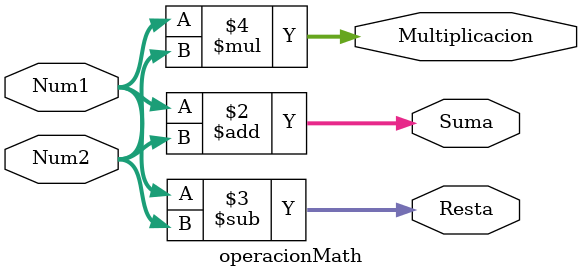
<source format=v>
module operacionMath(
    input [3:0] Num1,
    input [3:0] Num2,
	 //Numeros binarios que se van a sumar, restar, multiplicar y dividir:
	 //Todas los resultados de operaciones deben ser output reg porque se van a usar dentro de always@().
    output reg [4:0] Suma,
	 //El resultado de la suma debe ser un bit mayor a los numeros sumados entre si.
    output reg [3:0] Resta,
	 //El resultado de la resta va a ser del mismo numero de bits que los numeros restados entre si.
    output reg [7:0] Multiplicacion
	 //El resultado de la multiplicacion va a tener el doble de bits que los numeros multiplicados entre si.
    //output reg [3:0] Division
	 //Verilog tiene problemas para hacer la division.
    );

//ALWAYS@ no solo se usa para crear condicionales o bucles, tambien puede servir para hacer operaciones matematicas.
always@(Num1 or Num2)
	begin//always@() tiene su propio begin y end.
		Suma = Num1+Num2;
		Resta = Num1-Num2;
		Multiplicacion = Num1*Num2;
		//Division = Num1 / Num2; Verilog no puede sintetizar la division de forma sencilla.
		//Todas las operaciones matematicas binarias se pueden realizar de manera muy sencilla, exceptuando a la 
		//division, esta necesita un proceso mas complejo.
	end
endmodule

</source>
